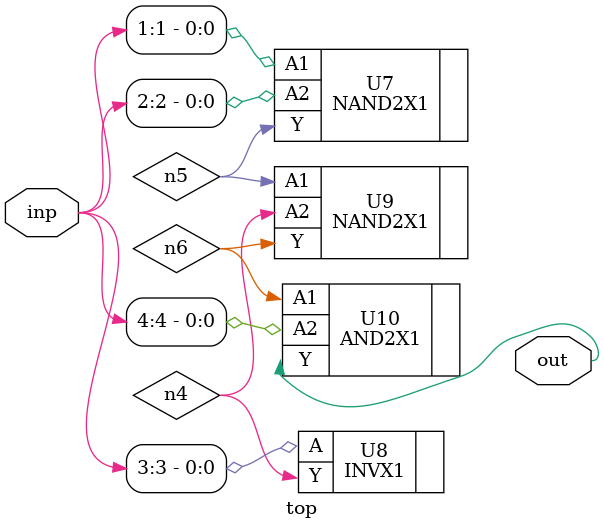
<source format=sv>


module top ( inp, out );
  input [4:0] inp;
  output out;
  wire   n4, n5, n6;

  NAND2X1 U7 ( .A1(inp[1]), .A2(inp[2]), .Y(n5) );
  INVX1 U8 ( .A(inp[3]), .Y(n4) );
  NAND2X1 U9 ( .A1(n5), .A2(n4), .Y(n6) );
  AND2X1 U10 ( .A1(n6), .A2(inp[4]), .Y(out) );
endmodule


</source>
